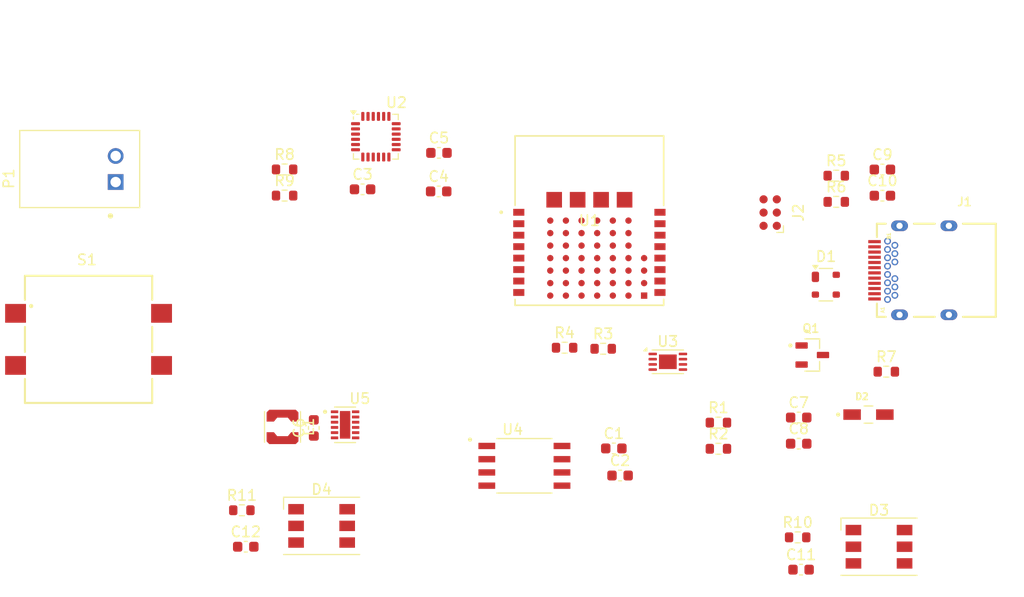
<source format=kicad_pcb>
(kicad_pcb (version 20240108) (generator "pcbnew") (generator_version "8.0")
  (layers (0 "F.Cu" signal) (31 "B.Cu" signal) (34 "B.Paste" user) (35 "F.Paste" user) (36 "B.SilkS" user "B.Silkscreen") (37 "F.SilkS" user "F.Silkscreen") (38 "B.Mask" user) (39 "F.Mask" user) (44 "Edge.Cuts" user))
  (net 0 "")
  (net 1 "GND")
  (net 2 "+3V3")
  (net 3 "Net-(U2-VLOGIC)")
  (net 4 "Net-(U2-REGOUT)")
  (net 5 "Net-(U2-CPOUT)")
  (net 6 "VIN")
  (net 7 "VBUS")
  (net 8 "Net-(D3-VCC)")
  (net 9 "Net-(D4-VCC)")
  (net 10 "/USB_D+")
  (net 11 "/USB_D-")
  (net 12 "Net-(D3-DOUT)")
  (net 14 "/LED_DATA")
  (net 26 "Net-(J1-VCONN)")
  (net 30 "Net-(J1-CC)")
  (net 33 "VDD")
  (net 34 "/SWD_RESET")
  (net 36 "/SWDCLK")
  (net 37 "/SWDIO")
  (net 38 "Net-(U5-SW)")
  (net 39 "+BATT")
  (net 40 "/VBATT_SCALED")
  (net 41 "/CHARGE_STATUS")
  (net 42 "Net-(U3-STAT)")
  (net 43 "Net-(U3-PROG)")
  (net 44 "/I2C_SDA")
  (net 45 "+3.3V")
  (net 46 "/I2C_SCL")
  (net 47 "Net-(U1-P1.07)")
  (net 52 "/SPI_DO")
  (net 57 "/SPI_DI")
  (net 60 "/FLASH_WP")
  (net 63 "/FLASH_RESET")
  (net 77 "/SPI_CLK")
  (net 79 "/3V3_EN")
  (net 84 "/FLASH_CS")
  (footprint "LED_SMD:LED_WS2812_PLCC6_5.0x5.0mm_P1.6mm" (layer "F.Cu") (at 187.4 118.6)
    (property "Reference" "D3" (at 0 -3.5 0) (layer "F.SilkS"))
    (property "Value" "WS2812")
    (pad "1" smd rect (at -2.45 -1.6) (size 1.5 1) (layers "F.Cu" "F.Paste" "F.Mask") (net 12 "Net-(D3-DOUT)"))
    (pad "2" smd rect (at -2.45 0) (size 1.5 1) (layers "F.Cu" "F.Paste" "F.Mask") (net 14 "/LED_DATA"))
    (pad "3" smd rect (at -2.45 1.6) (size 1.5 1) (layers "F.Cu" "F.Paste" "F.Mask") (net 8 "Net-(D3-VCC)"))
    (pad "4" smd rect (at 2.45 1.6) (size 1.5 1) (layers "F.Cu" "F.Paste" "F.Mask"))
    (pad "5" smd rect (at 2.45 0) (size 1.5 1) (layers "F.Cu" "F.Paste" "F.Mask") (net 6 "VIN"))
    (pad "6" smd rect (at 2.45 -1.6) (size 1.5 1) (layers "F.Cu" "F.Paste" "F.Mask") (net 1 "GND"))
  )
  (footprint "Capacitor_SMD:C_0603_1608Metric" (layer "F.Cu") (at 187.725 84.91)
    (property "Reference" "C10" (at 0 -1.43 0) (layer "F.SilkS"))
    (property "Value" "10µF")
    (pad "1" smd roundrect (at -0.775 0) (size 0.9 0.95) (layers "F.Cu" "F.Paste" "F.Mask") (net 7 "VBUS"))
    (pad "2" smd roundrect (at 0.775 0) (size 0.9 0.95) (layers "F.Cu" "F.Paste" "F.Mask") (net 1 "GND"))
  )
  (footprint "Capacitor_SMD:C_0603_1608Metric" (layer "F.Cu") (at 145.175 84.5)
    (property "Reference" "C4" (at 0 -1.43 0) (layer "F.SilkS"))
    (property "Value" "0.1µF")
    (pad "1" smd roundrect (at -0.775 0) (size 0.9 0.95) (layers "F.Cu" "F.Paste" "F.Mask") (net 1 "GND"))
    (pad "2" smd roundrect (at 0.775 0) (size 0.9 0.95) (layers "F.Cu" "F.Paste" "F.Mask") (net 4 "Net-(U2-REGOUT)"))
  )
  (footprint "Resistor_SMD:R_0603_1608Metric" (layer "F.Cu") (at 130.4 82.39)
    (property "Reference" "R8" (at 0 -1.43 0) (layer "F.SilkS"))
    (property "Value" "4k7")
    (pad "1" smd roundrect (at -0.825 0) (size 0.8 0.95) (layers "F.Cu" "F.Paste" "F.Mask") (net 45 "+3.3V"))
    (pad "2" smd roundrect (at 0.825 0) (size 0.8 0.95) (layers "F.Cu" "F.Paste" "F.Mask") (net 44 "/I2C_SDA"))
  )
  (footprint "TPS62740DSSR:SON50P300X200X80-13N" (layer "F.Cu") (at 136.2 106.9)
    (property "Reference" "U5" (at 1.415 -2.517 0) (layer "F.SilkS"))
    (property "Value" "TPS62740DSSR")
    (pad "1" smd roundrect (at -1.01 -1.25) (size 0.71 0.27) (layers "F.Cu" "F.Paste" "F.Mask") (roundrect_rratio 0.125) (net 6 "VIN"))
    (pad "2" smd roundrect (at -1.01 -0.75) (size 0.71 0.27) (layers "F.Cu" "F.Paste" "F.Mask") (roundrect_rratio 0.125) (net 38 "Net-(U5-SW)"))
    (pad "3" smd roundrect (at -1.01 -0.25) (size 0.71 0.27) (layers "F.Cu" "F.Paste" "F.Mask") (roundrect_rratio 0.125) (net 1 "GND"))
    (pad "4" smd roundrect (at -1.01 0.25) (size 0.71 0.27) (layers "F.Cu" "F.Paste" "F.Mask") (roundrect_rratio 0.125) (net 1 "GND"))
    (pad "5" smd roundrect (at -1.01 0.75) (size 0.71 0.27) (layers "F.Cu" "F.Paste" "F.Mask") (roundrect_rratio 0.125) (net 2 "+3V3"))
    (pad "6" smd roundrect (at -1.01 1.25) (size 0.71 0.27) (layers "F.Cu" "F.Paste" "F.Mask") (roundrect_rratio 0.125) (net 1 "GND"))
    (pad "7" smd roundrect (at 1.01 1.25) (size 0.71 0.27) (layers "F.Cu" "F.Paste" "F.Mask") (roundrect_rratio 0.125))
    (pad "8" smd roundrect (at 1.01 0.75) (size 0.71 0.27) (layers "F.Cu" "F.Paste" "F.Mask") (roundrect_rratio 0.125) (net 6 "VIN"))
    (pad "9" smd roundrect (at 1.01 0.25) (size 0.71 0.27) (layers "F.Cu" "F.Paste" "F.Mask") (roundrect_rratio 0.125) (net 6 "VIN"))
    (pad "10" smd roundrect (at 1.01 -0.25) (size 0.71 0.27) (layers "F.Cu" "F.Paste" "F.Mask") (roundrect_rratio 0.125) (net 6 "VIN"))
    (pad "11" smd roundrect (at 1.01 -0.75) (size 0.71 0.27) (layers "F.Cu" "F.Paste" "F.Mask") (roundrect_rratio 0.125) (net 6 "VIN"))
    (pad "12" smd roundrect (at 1.01 -1.25) (size 0.71 0.27) (layers "F.Cu" "F.Paste" "F.Mask") (roundrect_rratio 0.125) (net 79 "/3V3_EN"))
    (pad "13" smd rect (at 0 0) (size 1 2.65) (layers "F.Cu" "F.Mask") (net 1 "GND"))
  )
  (footprint "LED_SMD:LED_WS2812_PLCC6_5.0x5.0mm_P1.6mm" (layer "F.Cu") (at 133.95 116.6)
    (property "Reference" "D4" (at 0 -3.5 0) (layer "F.SilkS"))
    (property "Value" "WS2812")
    (pad "1" smd rect (at -2.45 -1.6) (size 1.5 1) (layers "F.Cu" "F.Paste" "F.Mask"))
    (pad "2" smd rect (at -2.45 0) (size 1.5 1) (layers "F.Cu" "F.Paste" "F.Mask") (net 12 "Net-(D3-DOUT)"))
    (pad "3" smd rect (at -2.45 1.6) (size 1.5 1) (layers "F.Cu" "F.Paste" "F.Mask") (net 9 "Net-(D4-VCC)"))
    (pad "4" smd rect (at 2.45 1.6) (size 1.5 1) (layers "F.Cu" "F.Paste" "F.Mask"))
    (pad "5" smd rect (at 2.45 0) (size 1.5 1) (layers "F.Cu" "F.Paste" "F.Mask") (net 6 "VIN"))
    (pad "6" smd rect (at 2.45 -1.6) (size 1.5 1) (layers "F.Cu" "F.Paste" "F.Mask") (net 1 "GND"))
  )
  (footprint "Capacitor_SMD:C_0603_1608Metric" (layer "F.Cu") (at 137.875 84.3)
    (property "Reference" "C3" (at 0 -1.43 0) (layer "F.SilkS"))
    (property "Value" "10nF")
    (pad "1" smd roundrect (at -0.775 0) (size 0.9 0.95) (layers "F.Cu" "F.Paste" "F.Mask") (net 1 "GND"))
    (pad "2" smd roundrect (at 0.775 0) (size 0.9 0.95) (layers "F.Cu" "F.Paste" "F.Mask") (net 3 "Net-(U2-VLOGIC)"))
  )
  (footprint "Resistor_SMD:R_0603_1608Metric" (layer "F.Cu") (at 157.25 99.5)
    (property "Reference" "R4" (at 0 -1.43 0) (layer "F.SilkS"))
    (property "Value" "4k99")
    (pad "1" smd roundrect (at -0.825 0) (size 0.8 0.95) (layers "F.Cu" "F.Paste" "F.Mask") (net 43 "Net-(U3-PROG)"))
    (pad "2" smd roundrect (at 0.825 0) (size 0.8 0.95) (layers "F.Cu" "F.Paste" "F.Mask") (net 1 "GND"))
  )
  (footprint "Capacitor_SMD:C_0603_1608Metric" (layer "F.Cu") (at 179.7 106.2)
    (property "Reference" "C7" (at 0 -1.43 0) (layer "F.SilkS"))
    (property "Value" "10µF")
    (pad "1" smd roundrect (at -0.775 0) (size 0.9 0.95) (layers "F.Cu" "F.Paste" "F.Mask") (net 6 "VIN"))
    (pad "2" smd roundrect (at 0.775 0) (size 0.9 0.95) (layers "F.Cu" "F.Paste" "F.Mask") (net 1 "GND"))
  )
  (footprint "Capacitor_SMD:C_0603_1608Metric" (layer "F.Cu") (at 133.2 107.2 90)
    (property "Reference" "C6" (at 0 -1.43 270) (layer "F.SilkS"))
    (property "Value" "10µF")
    (pad "1" smd roundrect (at -0.775 0 90) (size 0.9 0.95) (layers "F.Cu" "F.Paste" "F.Mask") (net 2 "+3V3"))
    (pad "2" smd roundrect (at 0.775 0 90) (size 0.9 0.95) (layers "F.Cu" "F.Paste" "F.Mask") (net 1 "GND"))
  )
  (footprint "MX25R6435FM2IL0:SOIC127P790X216-8N" (layer "F.Cu") (at 153.395 110.835)
    (property "Reference" "U4" (at -1.125 -3.477 0) (layer "F.SilkS"))
    (property "Value" "MX25R6435FM2IL0")
    (pad "1" smd roundrect (at -3.605 -1.905) (size 1.61 0.61) (layers "F.Cu" "F.Paste" "F.Mask") (roundrect_rratio 0.04) (net 84 "/FLASH_CS"))
    (pad "2" smd roundrect (at -3.605 -0.635) (size 1.61 0.61) (layers "F.Cu" "F.Paste" "F.Mask") (roundrect_rratio 0.04) (net 52 "/SPI_DO"))
    (pad "3" smd roundrect (at -3.605 0.635) (size 1.61 0.61) (layers "F.Cu" "F.Paste" "F.Mask") (roundrect_rratio 0.04) (net 60 "/FLASH_WP"))
    (pad "4" smd roundrect (at -3.605 1.905) (size 1.61 0.61) (layers "F.Cu" "F.Paste" "F.Mask") (roundrect_rratio 0.04) (net 1 "GND"))
    (pad "5" smd roundrect (at 3.605 1.905) (size 1.61 0.61) (layers "F.Cu" "F.Paste" "F.Mask") (roundrect_rratio 0.04) (net 57 "/SPI_DI"))
    (pad "6" smd roundrect (at 3.605 0.635) (size 1.61 0.61) (layers "F.Cu" "F.Paste" "F.Mask") (roundrect_rratio 0.04) (net 77 "/SPI_CLK"))
    (pad "7" smd roundrect (at 3.605 -0.635) (size 1.61 0.61) (layers "F.Cu" "F.Paste" "F.Mask") (roundrect_rratio 0.04) (net 63 "/FLASH_RESET"))
    (pad "8" smd roundrect (at 3.605 -1.905) (size 1.61 0.61) (layers "F.Cu" "F.Paste" "F.Mask") (roundrect_rratio 0.04) (net 2 "+3V3"))
  )
  (footprint "Resistor_SMD:R_0603_1608Metric" (layer "F.Cu") (at 130.4 84.9)
    (property "Reference" "R9" (at 0 -1.43 0) (layer "F.SilkS"))
    (property "Value" "4k7")
    (pad "1" smd roundrect (at -0.825 0) (size 0.8 0.95) (layers "F.Cu" "F.Paste" "F.Mask") (net 45 "+3.3V"))
    (pad "2" smd roundrect (at 0.825 0) (size 0.8 0.95) (layers "F.Cu" "F.Paste" "F.Mask") (net 46 "/I2C_SCL"))
  )
  (footprint "Inductor_SMD:L_Coilcraft_LPS3010" (layer "F.Cu") (at 130.2 107.1 -90)
    (property "Reference" "L1" (at 0 -2.5 90) (layer "F.SilkS"))
    (property "Value" " 2.2µH")
    (pad "1" smd custom (at -1.27 0 270) (size 0.76 2.54) (layers "F.Cu" "F.Paste" "F.Mask") (net 38 "Net-(U5-SW)") (options (clearance outline) (anchor rect)) (primitives (gr_poly (pts (xy 0.76 -0.825) (xy 0.38 -0.51) (xy 0.38 0.51) (xy 0.76 0.825) (xy 0.76 1.525) (xy -0.125 1.525) (xy -0.38 1.27) (xy -0.38 -1.27) (xy -0.125 -1.525) (xy 0.76 -1.525)) (width 0) (fill yes))))
    (pad "2" smd custom (at 1.27 0 90) (size 0.76 2.54) (layers "F.Cu" "F.Paste" "F.Mask") (net 2 "+3V3") (options (clearance outline) (anchor rect)) (primitives (gr_poly (pts (xy 0.76 -0.825) (xy 0.38 -0.51) (xy 0.38 0.51) (xy 0.76 0.825) (xy 0.76 1.525) (xy -0.125 1.525) (xy -0.38 1.27) (xy -0.38 -1.27) (xy -0.125 -1.525) (xy 0.76 -1.525)) (width 0) (fill yes))))
  )
  (footprint "Resistor_SMD:R_0603_1608Metric" (layer "F.Cu") (at 172 106.69)
    (property "Reference" "R1" (at 0 -1.43 0) (layer "F.SilkS"))
    (property "Value" "22R")
    (pad "1" smd roundrect (at -0.825 0) (size 0.8 0.95) (layers "F.Cu" "F.Paste" "F.Mask") (net 39 "+BATT"))
    (pad "2" smd roundrect (at 0.825 0) (size 0.8 0.95) (layers "F.Cu" "F.Paste" "F.Mask") (net 40 "/VBATT_SCALED"))
  )
  (footprint "MBR120VLSFT1G:DIOM3616X98N" (layer "F.Cu") (at 186.39 105.919)
    (property "Reference" "D2" (at -0.628 -1.7314 0) (layer "F.SilkS") (effects (font (size 0.64 0.64))))
    (property "Value" "MBR120VLSFT1G")
    (pad "1" smd rect (at -1.57 0) (size 1.68 1.01) (layers "F.Cu" "F.Paste" "F.Mask") (net 6 "VIN"))
    (pad "2" smd rect (at 1.57 0) (size 1.68 1.01) (layers "F.Cu" "F.Paste" "F.Mask") (net 7 "VBUS"))
  )
  (footprint "Capacitor_SMD:C_0603_1608Metric" (layer "F.Cu") (at 179.7 108.71)
    (property "Reference" "C8" (at 0 -1.43 0) (layer "F.SilkS"))
    (property "Value" "0.1µF")
    (pad "1" smd roundrect (at -0.775 0) (size 0.9 0.95) (layers "F.Cu" "F.Paste" "F.Mask") (net 6 "VIN"))
    (pad "2" smd roundrect (at 0.775 0) (size 0.9 0.95) (layers "F.Cu" "F.Paste" "F.Mask") (net 1 "GND"))
  )
  (footprint "Capacitor_SMD:C_0603_1608Metric" (layer "F.Cu") (at 187.725 82.4)
    (property "Reference" "C9" (at 0 -1.43 0) (layer "F.SilkS"))
    (property "Value" "0.1µF")
    (pad "1" smd roundrect (at -0.775 0) (size 0.9 0.95) (layers "F.Cu" "F.Paste" "F.Mask") (net 7 "VBUS"))
    (pad "2" smd roundrect (at 0.775 0) (size 0.9 0.95) (layers "F.Cu" "F.Paste" "F.Mask") (net 1 "GND"))
  )
  (footprint "632723300011:632723300011" (layer "F.Cu") (at 192.9 92.07 90)
    (property "Reference" "J1" (at 6.57 2.7 0) (layer "F.SilkS") (effects (font (size 0.8 0.8))))
    (property "Value" "632723300011")
    (property "VALUE" "632723300011" (hide yes))
    (fp_poly (pts (xy 4.77 -3.23) (xy 4.767 -3.178) (xy 4.759 -3.126) (xy 4.746 -3.075) (xy 4.727 -3.027) (xy 4.703 -2.98) (xy 4.675 -2.936) (xy 4.642 -2.895) (xy 4.605 -2.858) (xy 4.564 -2.825) (xy 4.52 -2.797) (xy 4.473 -2.773) (xy 4.425 -2.754) (xy 4.374 -2.741) (xy 4.322 -2.733) (xy 4.27 -2.73) (xy 4.218 -2.733) (xy 4.166 -2.741) (xy 4.115 -2.754) (xy 4.067 -2.773) (xy 4.02 -2.797) (xy 3.976 -2.825) (xy 3.935 -2.858) (xy 3.898 -2.895) (xy 3.865 -2.936) (xy 3.837 -2.98) (xy 3.813 -3.027) (xy 3.794 -3.075) (xy 3.781 -3.126) (xy 3.773 -3.178) (xy 3.77 -3.23) (xy 3.77 -3.83) (xy 3.773 -3.882) (xy 3.781 -3.934) (xy 3.794 -3.985) (xy 3.813 -4.033) (xy 3.837 -4.08) (xy 3.865 -4.124) (xy 3.898 -4.165) (xy 3.935 -4.202) (xy 3.976 -4.235) (xy 4.02 -4.263) (xy 4.067 -4.287) (xy 4.115 -4.306) (xy 4.166 -4.319) (xy 4.218 -4.327) (xy 4.27 -4.33) (xy 4.322 -4.327) (xy 4.374 -4.319) (xy 4.425 -4.306) (xy 4.473 -4.287) (xy 4.52 -4.263) (xy 4.564 -4.235) (xy 4.605 -4.202) (xy 4.642 -4.165) (xy 4.675 -4.124) (xy 4.703 -4.08) (xy 4.727 -4.033) (xy 4.746 -3.985) (xy 4.759 -3.934) (xy 4.767 -3.882) (xy 4.77 -3.83) (xy 4.77 -3.23)) (stroke (width 0.01)) (fill solid) (layer "F.Cu"))
    (fp_poly (pts (xy -3.77 -3.23) (xy -3.773 -3.178) (xy -3.781 -3.126) (xy -3.794 -3.075) (xy -3.813 -3.027) (xy -3.837 -2.98) (xy -3.865 -2.936) (xy -3.898 -2.895) (xy -3.935 -2.858) (xy -3.976 -2.825) (xy -4.02 -2.797) (xy -4.067 -2.773) (xy -4.115 -2.754) (xy -4.166 -2.741) (xy -4.218 -2.733) (xy -4.27 -2.73) (xy -4.322 -2.733) (xy -4.374 -2.741) (xy -4.425 -2.754) (xy -4.473 -2.773) (xy -4.52 -2.797) (xy -4.564 -2.825) (xy -4.605 -2.858) (xy -4.642 -2.895) (xy -4.675 -2.936) (xy -4.703 -2.98) (xy -4.727 -3.027) (xy -4.746 -3.075) (xy -4.759 -3.126) (xy -4.767 -3.178) (xy -4.77 -3.23) (xy -4.77 -3.83) (xy -4.767 -3.882) (xy -4.759 -3.934) (xy -4.746 -3.985) (xy -4.727 -4.033) (xy -4.703 -4.08) (xy -4.675 -4.124) (xy -4.642 -4.165) (xy -4.605 -4.202) (xy -4.564 -4.235) (xy -4.52 -4.263) (xy -4.473 -4.287) (xy -4.425 -4.306) (xy -4.374 -4.319) (xy -4.322 -4.327) (xy -4.27 -4.33) (xy -4.218 -4.327) (xy -4.166 -4.319) (xy -4.115 -4.306) (xy -4.067 -4.287) (xy -4.02 -4.263) (xy -3.976 -4.235) (xy -3.935 -4.202) (xy -3.898 -4.165) (xy -3.865 -4.124) (xy -3.837 -4.08) (xy -3.813 -4.033) (xy -3.794 -3.985) (xy -3.781 -3.934) (xy -3.773 -3.882) (xy -3.77 -3.83) (xy -3.77 -3.23)) (stroke (width 0.01)) (fill solid) (layer "F.Cu"))
    (fp_poly (pts (xy 3.77 0.9) (xy 3.77 1.5) (xy 3.773 1.552) (xy 3.781 1.604) (xy 3.794 1.655) (xy 3.813 1.703) (xy 3.837 1.75) (xy 3.865 1.794) (xy 3.898 1.835) (xy 3.935 1.872) (xy 3.976 1.905) (xy 4.02 1.933) (xy 4.067 1.957) (xy 4.115 1.976) (xy 4.166 1.989) (xy 4.218 1.997) (xy 4.27 2) (xy 4.322 1.997) (xy 4.374 1.989) (xy 4.425 1.976) (xy 4.473 1.957) (xy 4.52 1.933) (xy 4.564 1.905) (xy 4.605 1.872) (xy 4.642 1.835) (xy 4.675 1.794) (xy 4.703 1.75) (xy 4.727 1.703) (xy 4.746 1.655) (xy 4.759 1.604) (xy 4.767 1.552) (xy 4.77 1.5) (xy 4.77 0.9) (xy 4.767 0.848) (xy 4.759 0.796) (xy 4.746 0.745) (xy 4.727 0.697) (xy 4.703 0.65) (xy 4.675 0.606) (xy 4.642 0.565) (xy 4.605 0.528) (xy 4.564 0.495) (xy 4.52 0.467) (xy 4.473 0.443) (xy 4.425 0.424) (xy 4.374 0.411) (xy 4.322 0.403) (xy 4.27 0.4) (xy 4.218 0.403) (xy 4.166 0.411) (xy 4.115 0.424) (xy 4.067 0.443) (xy 4.02 0.467) (xy 3.976 0.495) (xy 3.935 0.528) (xy 3.898 0.565) (xy 3.865 0.606) (xy 3.837 0.65) (xy 3.813 0.697) (xy 3.794 0.745) (xy 3.781 0.796) (xy 3.773 0.848) (xy 3.77 0.9)) (stroke (width 0.01)) (fill solid) (layer "F.Cu"))
    (fp_poly (pts (xy -4.77 0.9) (xy -4.77 1.5) (xy -4.767 1.552) (xy -4.759 1.604) (xy -4.746 1.655) (xy -4.727 1.703) (xy -4.703 1.75) (xy -4.675 1.794) (xy -4.642 1.835) (xy -4.605 1.872) (xy -4.564 1.905) (xy -4.52 1.933) (xy -4.473 1.957) (xy -4.425 1.976) (xy -4.374 1.989) (xy -4.322 1.997) (xy -4.27 2) (xy -4.218 1.997) (xy -4.166 1.989) (xy -4.115 1.976) (xy -4.067 1.957) (xy -4.02 1.933) (xy -3.976 1.905) (xy -3.935 1.872) (xy -3.898 1.835) (xy -3.865 1.794) (xy -3.837 1.75) (xy -3.813 1.703) (xy -3.794 1.655) (xy -3.781 1.604) (xy -3.773 1.552) (xy -3.77 1.5) (xy -3.77 0.9) (xy -3.773 0.848) (xy -3.781 0.796) (xy -3.794 0.745) (xy -3.813 0.697) (xy -3.837 0.65) (xy -3.865 0.606) (xy -3.898 0.565) (xy -3.935 0.528) (xy -3.976 0.495) (xy -4.02 0.467) (xy -4.067 0.443) (xy -4.115 0.424) (xy -4.166 0.411) (xy -4.218 0.403) (xy -4.27 0.4) (xy -4.322 0.403) (xy -4.374 0.411) (xy -4.425 0.424) (xy -4.473 0.443) (xy -4.52 0.467) (xy -4.564 0.495) (xy -4.605 0.528) (xy -4.642 0.565) (xy -4.675 0.606) (xy -4.703 0.65) (xy -4.727 0.697) (xy -4.746 0.745) (xy -4.759 0.796) (xy -4.767 0.848) (xy -4.77 0.9)) (stroke (width 0.01)) (fill solid) (layer "F.Cu"))
    (fp_poly (pts (xy 4.77 -3.23) (xy 4.767 -3.178) (xy 4.759 -3.126) (xy 4.746 -3.075) (xy 4.727 -3.027) (xy 4.703 -2.98) (xy 4.675 -2.936) (xy 4.642 -2.895) (xy 4.605 -2.858) (xy 4.564 -2.825) (xy 4.52 -2.797) (xy 4.473 -2.773) (xy 4.425 -2.754) (xy 4.374 -2.741) (xy 4.322 -2.733) (xy 4.27 -2.73) (xy 4.218 -2.733) (xy 4.166 -2.741) (xy 4.115 -2.754) (xy 4.067 -2.773) (xy 4.02 -2.797) (xy 3.976 -2.825) (xy 3.935 -2.858) (xy 3.898 -2.895) (xy 3.865 -2.936) (xy 3.837 -2.98) (xy 3.813 -3.027) (xy 3.794 -3.075) (xy 3.781 -3.126) (xy 3.773 -3.178) (xy 3.77 -3.23) (xy 3.77 -3.83) (xy 3.773 -3.882) (xy 3.781 -3.934) (xy 3.794 -3.985) (xy 3.813 -4.033) (xy 3.837 -4.08) (xy 3.865 -4.124) (xy 3.898 -4.165) (xy 3.935 -4.202) (xy 3.976 -4.235) (xy 4.02 -4.263) (xy 4.067 -4.287) (xy 4.115 -4.306) (xy 4.166 -4.319) (xy 4.218 -4.327) (xy 4.27 -4.33) (xy 4.322 -4.327) (xy 4.374 -4.319) (xy 4.425 -4.306) (xy 4.473 -4.287) (xy 4.52 -4.263) (xy 4.564 -4.235) (xy 4.605 -4.202) (xy 4.642 -4.165) (xy 4.675 -4.124) (xy 4.703 -4.08) (xy 4.727 -4.033) (xy 4.746 -3.985) (xy 4.759 -3.934) (xy 4.767 -3.882) (xy 4.77 -3.83) (xy 4.77 -3.23)) (stroke (width 0.01)) (fill solid) (layer "B.Cu"))
    (fp_poly (pts (xy -3.77 -3.23) (xy -3.773 -3.178) (xy -3.781 -3.126) (xy -3.794 -3.075) (xy -3.813 -3.027) (xy -3.837 -2.98) (xy -3.865 -2.936) (xy -3.898 -2.895) (xy -3.935 -2.858) (xy -3.976 -2.825) (xy -4.02 -2.797) (xy -4.067 -2.773) (xy -4.115 -2.754) (xy -4.166 -2.741) (xy -4.218 -2.733) (xy -4.27 -2.73) (xy -4.322 -2.733) (xy -4.374 -2.741) (xy -4.425 -2.754) (xy -4.473 -2.773) (xy -4.52 -2.797) (xy -4.564 -2.825) (xy -4.605 -2.858) (xy -4.642 -2.895) (xy -4.675 -2.936) (xy -4.703 -2.98) (xy -4.727 -3.027) (xy -4.746 -3.075) (xy -4.759 -3.126) (xy -4.767 -3.178) (xy -4.77 -3.23) (xy -4.77 -3.83) (xy -4.767 -3.882) (xy -4.759 -3.934) (xy -4.746 -3.985) (xy -4.727 -4.033) (xy -4.703 -4.08) (xy -4.675 -4.124) (xy -4.642 -4.165) (xy -4.605 -4.202) (xy -4.564 -4.235) (xy -4.52 -4.263) (xy -4.473 -4.287) (xy -4.425 -4.306) (xy -4.374 -4.319) (xy -4.322 -4.327) (xy -4.27 -4.33) (xy -4.218 -4.327) (xy -4.166 -4.319) (xy -4.115 -4.306) (xy -4.067 -4.287) (xy -4.02 -4.263) (xy -3.976 -4.235) (xy -3.935 -4.202) (xy -3.898 -4.165) (xy -3.865 -4.124) (xy -3.837 -4.08) (xy -3.813 -4.033) (xy -3.794 -3.985) (xy -3.781 -3.934) (xy -3.773 -3.882) (xy -3.77 -3.83) (xy -3.77 -3.23)) (stroke (width 0.01)) (fill solid) (layer "B.Cu"))
    (fp_poly (pts (xy 3.77 0.9) (xy 3.77 1.5) (xy 3.773 1.552) (xy 3.781 1.604) (xy 3.794 1.655) (xy 3.813 1.703) (xy 3.837 1.75) (xy 3.865 1.794) (xy 3.898 1.835) (xy 3.935 1.872) (xy 3.976 1.905) (xy 4.02 1.933) (xy 4.067 1.957) (xy 4.115 1.976) (xy 4.166 1.989) (xy 4.218 1.997) (xy 4.27 2) (xy 4.322 1.997) (xy 4.374 1.989) (xy 4.425 1.976) (xy 4.473 1.957) (xy 4.52 1.933) (xy 4.564 1.905) (xy 4.605 1.872) (xy 4.642 1.835) (xy 4.675 1.794) (xy 4.703 1.75) (xy 4.727 1.703) (xy 4.746 1.655) (xy 4.759 1.604) (xy 4.767 1.552) (xy 4.77 1.5) (xy 4.77 0.9) (xy 4.767 0.848) (xy 4.759 0.796) (xy 4.746 0.745) (xy 4.727 0.697) (xy 4.703 0.65) (xy 4.675 0.606) (xy 4.642 0.565) (xy 4.605 0.528) (xy 4.564 0.495) (xy 4.52 0.467) (xy 4.473 0.443) (xy 4.425 0.424) (xy 4.374 0.411) (xy 4.322 0.403) (xy 4.27 0.4) (xy 4.218 0.403) (xy 4.166 0.411) (xy 4.115 0.424) (xy 4.067 0.443) (xy 4.02 0.467) (xy 3.976 0.495) (xy 3.935 0.528) (xy 3.898 0.565) (xy 3.865 0.606) (xy 3.837 0.65) (xy 3.813 0.697) (xy 3.794 0.745) (xy 3.781 0.796) (xy 3.773 0.848) (xy 3.77 0.9)) (stroke (width 0.01)) (fill solid) (layer "B.Cu"))
    (fp_poly (pts (xy -4.77 0.9) (xy -4.77 1.5) (xy -4.767 1.552) (xy -4.759 1.604) (xy -4.746 1.655) (xy -4.727 1.703) (xy -4.703 1.75) (xy -4.675 1.794) (xy -4.642 1.835) (xy -4.605 1.872) (xy -4.564 1.905) (xy -4.52 1.933) (xy -4.473 1.957) (xy -4.425 1.976) (xy -4.374 1.989) (xy -4.322 1.997) (xy -4.27 2) (xy -4.218 1.997) (xy -4.166 1.989) (xy -4.115 1.976) (xy -4.067 1.957) (xy -4.02 1.933) (xy -3.976 1.905) (xy -3.935 1.872) (xy -3.898 1.835) (xy -3.865 1.794) (xy -3.837 1.75) (xy -3.813 1.703) (xy -3.794 1.655) (xy -3.781 1.604) (xy -3.773 1.552) (xy -3.77 1.5) (xy -3.77 0.9) (xy -3.773 0.848) (xy -3.781 0.796) (xy -3.794 0.745) (xy -3.813 0.697) (xy -3.837 0.65) (xy -3.865 0.606) (xy -3.898 0.565) (xy -3.935 0.528) (xy -3.976 0.495) (xy -4.02 0.467) (xy -4.067 0.443) (xy -4.115 0.424) (xy -4.166 0.411) (xy -4.218 0.403) (xy -4.27 0.4) (xy -4.322 0.403) (xy -4.374 0.411) (xy -4.425 0.424) (xy -4.473 0.443) (xy -4.52 0.467) (xy -4.564 0.495) (xy -4.605 0.528) (xy -4.642 0.565) (xy -4.675 0.606) (xy -4.703 0.65) (xy -4.727 0.697) (xy -4.746 0.745) (xy -4.759 0.796) (xy -4.767 0.848) (xy -4.77 0.9)) (stroke (width 0.01)) (fill solid) (layer "B.Cu"))
    (fp_line (start 3.97 -3.83) (end 3.97 -3.23) (stroke (width 0.01)) (layer "Edge.Cuts"))
    (fp_line (start -3.97 -3.83) (end -3.97 -3.23) (stroke (width 0.01)) (layer "Edge.Cuts"))
    (fp_line (start 4.57 -3.23) (end 4.57 -3.83) (stroke (width 0.01)) (layer "Edge.Cuts"))
    (fp_line (start -4.57 -3.23) (end -4.57 -3.83) (stroke (width 0.01)) (layer "Edge.Cuts"))
    (fp_line (start 3.97 0.9) (end 3.97 1.5) (stroke (width 0.01)) (layer "Edge.Cuts"))
    (fp_line (start -4.57 0.9) (end -4.57 1.5) (stroke (width 0.01)) (layer "Edge.Cuts"))
    (fp_line (start 4.57 1.5) (end 4.57 0.9) (stroke (width 0.01)) (layer "Edge.Cuts"))
    (fp_line (start -3.97 1.5) (end -3.97 0.9) (stroke (width 0.01)) (layer "Edge.Cuts"))
    (fp_arc (start 3.97 -3.83) (mid 4.27 -4.13) (end 4.57 -3.83) (stroke (width 0.01)) (layer "Edge.Cuts"))
    (fp_arc (start -4.57 -3.83) (mid -4.27 -4.13) (end -3.97 -3.83) (stroke (width 0.01)) (layer "Edge.Cuts"))
    (fp_arc (start 4.57 -3.23) (mid 4.27 -2.93) (end 3.97 -3.23) (stroke (width 0.01)) (layer "Edge.Cuts"))
    (fp_arc (start -3.97 -3.23) (mid -4.27 -2.93) (end -4.57 -3.23) (stroke (width 0.01)) (layer "Edge.Cuts"))
    (fp_arc (start 3.97 0.9) (mid 4.27 0.6) (end 4.57 0.9) (stroke (width 0.01)) (layer "Edge.Cuts"))
    (fp_arc (start -4.57 0.9) (mid -4.27 0.6) (end -3.97 0.9) (stroke (width 0.01)) (layer "Edge.Cuts"))
    (fp_arc (start 4.57 1.5) (mid 4.27 1.8) (end 3.97 1.5) (stroke (width 0.01)) (layer "Edge.Cuts"))
    (fp_arc (start -3.97 1.5) (mid -4.27 1.8) (end -4.57 1.5) (stroke (width 0.01)) (layer "Edge.Cuts"))
    (fp_text user "B1" (at 3.3 -4.55 270) (layer "F.SilkS") (effects (font (size 0.32 0.32))))
    (fp_text user "A1" (at -3.8 -5.15 270) (layer "F.SilkS") (effects (font (size 0.32 0.32))))
    (fp_text user "B1" (at 3.3 -4.55 270) (layer "F.SilkS") (effects (font (size 0.32 0.32))))
    (fp_text user "PCB cutout area" (at -4.23 -3 270) (layer "Edge.Cuts") (effects (font (size 0.07874 0.07874))))
    (fp_text user "PCB cutout area" (at -4.23 1.73 270) (layer "Edge.Cuts") (effects (font (size 0.07874 0.07874))))
    (fp_text user "PCB cutout area" (at 4.31 1.73 270) (layer "Edge.Cuts") (effects (font (size 0.07874 0.07874))))
    (fp_text user "PCB cutout area" (at 4.31 -3 270) (layer "Edge.Cuts") (effects (font (size 0.07874 0.07874))))
    (pad "A1" smd rect (at -2.75 -5.93 90) (size 0.3 1.2) (layers "F.Cu" "F.Paste" "F.Mask") (net 1 "GND"))
    (pad "A2" smd rect (at -2.25 -5.93 90) (size 0.3 1.2) (layers "F.Cu" "F.Paste" "F.Mask"))
    (pad "A3" smd rect (at -1.75 -5.93 90) (size 0.3 1.2) (layers "F.Cu" "F.Paste" "F.Mask"))
    (pad "A4" smd rect (at -1.25 -5.93 90) (size 0.3 1.2) (layers "F.Cu" "F.Paste" "F.Mask") (net 7 "VBUS"))
    (pad "A5" smd rect (at -0.75 -5.93 90) (size 0.3 1.2) (layers "F.Cu" "F.Paste" "F.Mask") (net 30 "Net-(J1-CC)"))
    (pad "A6" smd rect (at -0.25 -5.93 90) (size 0.3 1.2) (layers "F.Cu" "F.Paste" "F.Mask") (net 10 "/USB_D+"))
    (pad "A7" smd rect (at 0.25 -5.93 90) (size 0.3 1.2) (layers "F.Cu" "F.Paste" "F.Mask") (net 11 "/USB_D-"))
    (pad "A8" smd rect (at 0.75 -5.93 90) (size 0.3 1.2) (layers "F.Cu" "F.Paste" "F.Mask"))
    (pad "A9" smd rect (at 1.25 -5.93 90) (size 0.3 1.2) (layers "F.Cu" "F.Paste" "F.Mask") (net 7 "VBUS"))
    (pad "A10" smd rect (at 1.75 -5.93 90) (size 0.3 1.2) (layers "F.Cu" "F.Paste" "F.Mask"))
    (pad "A11" smd rect (at 2.25 -5.93 90) (size 0.3 1.2) (layers "F.Cu" "F.Paste" "F.Mask"))
    (pad "A12" smd rect (at 2.75 -5.93 90) (size 0.3 1.2) (layers "F.Cu" "F.Paste" "F.Mask") (net 1 "GND"))
    (pad "B1" thru_hole circle (at 2.8 -4.68 90) (size 0.65 0.65) (drill 0.4) (layers "*.Cu" "*.Mask") (net 1 "GND"))
    (pad "B2" thru_hole circle (at 2.4 -3.98 90) (size 0.65 0.65) (drill 0.4) (layers "*.Cu" "*.Mask"))
    (pad "B3" thru_hole circle (at 1.6 -3.98 90) (size 0.65 0.65) (drill 0.4) (layers "*.Cu" "*.Mask"))
    (pad "B4" thru_hole circle (at 1.2 -4.68 90) (size 0.65 0.65) (drill 0.4) (layers "*.Cu" "*.Mask") (net 7 "VBUS"))
    (pad "B5" thru_hole circle (at 0.8 -3.98 90) (size 0.65 0.65) (drill 0.4) (layers "*.Cu" "*.Mask") (net 26 "Net-(J1-VCONN)"))
    (pad "B6" thru_hole circle (at 0.4 -4.68 90) (size 0.65 0.65) (drill 0.4) (layers "*.Cu" "*.Mask") (net 10 "/USB_D+"))
    (pad "B7" thru_hole circle (at -0.4 -4.68 90) (size 0.65 0.65) (drill 0.4) (layers "*.Cu" "*.Mask") (net 11 "/USB_D-"))
    (pad "B8" thru_hole circle (at -0.8 -3.98 90) (size 0.65 0.65) (drill 0.4) (layers "*.Cu" "*.Mask"))
    (pad "B9" thru_hole circle (at -1.2 -4.68 90) (size 0.65 0.65) (drill 0.4) (layers "*.Cu" "*.Mask") (net 7 "VBUS"))
    (pad "B10" thru_hole circle (at -1.6 -3.98 90) (size 0.65 0.65) (drill 0.4) (layers "*.Cu" "*.Mask"))
    (pad "B11" thru_hole circle (at -2.4 -3.98 90) (size 0.65 0.65) (drill 0.4) (layers "*.Cu" "*.Mask"))
    (pad "B12" thru_hole circle (at -2.8 -4.68 90) (size 0.65 0.65) (drill 0.4) (layers "*.Cu" "*.Mask") (net 1 "GND"))
    (pad "GND" thru_hole circle (at 2 -4.68 90) (size 0.65 0.65) (drill 0.4) (layers "*.Cu" "*.Mask") (net 1 "GND"))
    (pad "GND1" thru_hole circle (at -2 -4.68 90) (size 0.65 0.65) (drill 0.4) (layers "*.Cu" "*.Mask") (net 1 "GND"))
    (pad "S1" thru_hole circle (at -4.27 -3.53 90) (size 0.6 0.6) (drill 0.6) (layers "*.Cu"))
    (pad "S2" thru_hole circle (at 4.27 -3.53 90) (size 0.6 0.6) (drill 0.6) (layers "*.Cu"))
    (pad "S3" thru_hole circle (at 4.27 1.2 90) (size 0.6 0.6) (drill 0.6) (layers "*.Cu"))
    (pad "S4" thru_hole circle (at -4.27 1.2 90) (size 0.6 0.6) (drill 0.6) (layers "*.Cu"))
  )
  (footprint "Resistor_SMD:R_0603_1608Metric" (layer "F.Cu") (at 160.95 99.6)
    (property "Reference" "R3" (at 0 -1.43 0) (layer "F.SilkS"))
    (property "Value" "88R")
    (pad "1" smd roundrect (at -0.825 0) (size 0.8 0.95) (layers "F.Cu" "F.Paste" "F.Mask") (net 42 "Net-(U3-STAT)"))
    (pad "2" smd roundrect (at 0.825 0) (size 0.8 0.95) (layers "F.Cu" "F.Paste" "F.Mask") (net 41 "/CHARGE_STATUS"))
  )
  (footprint "430172073816:430172073816" (layer "F.Cu") (at 111.6 98.7)
    (property "Reference" "S1" (at -0.16 -7.635 0) (layer "F.SilkS"))
    (property "Value" "430172073816")
    (property "VALUE" "430172073816" (hide yes))
    (pad "1" smd rect (at -7 -2.5) (size 2 1.8) (layers "F.Cu" "F.Paste" "F.Mask") (net 47 "Net-(U1-P1.07)"))
    (pad "2" smd rect (at 7 -2.5) (size 2 1.8) (layers "F.Cu" "F.Paste" "F.Mask") (net 47 "Net-(U1-P1.07)"))
    (pad "3" smd rect (at -7 2.5) (size 2 1.8) (layers "F.Cu" "F.Paste" "F.Mask") (net 1 "GND"))
    (pad "4" smd rect (at 7 2.5) (size 2 1.8) (layers "F.Cu" "F.Paste" "F.Mask") (net 1 "GND"))
  )
  (footprint "Resistor_SMD:R_0603_1608Metric" (layer "F.Cu") (at 183.3 82.99)
    (property "Reference" "R5" (at 0 -1.43 0) (layer "F.SilkS"))
    (property "Value" "5k1")
    (pad "1" smd roundrect (at -0.825 0) (size 0.8 0.95) (layers "F.Cu" "F.Paste" "F.Mask") (net 30 "Net-(J1-CC)"))
    (pad "2" smd roundrect (at 0.825 0) (size 0.8 0.95) (layers "F.Cu" "F.Paste" "F.Mask") (net 1 "GND"))
  )
  (footprint "JST_S2B-XH-A_LF__SN_:JST_S2B-XH-A_LF__SN_" (layer "F.Cu") (at 114.2 82.35 90)
    (property "Reference" "P1" (at -0.92578 -10.24356 270) (layer "F.SilkS") (effects (font (size 1.000835 1.000835))))
    (property "Value" "S2B-XH-A_LF__SN_")
    (pad "1" thru_hole rect (at -1.25 0 90) (size 1.508 1.508) (drill 1) (layers "*.Cu" "*.Mask") (net 1 "GND"))
    (pad "2" thru_hole circle (at 1.25 0 90) (size 1.508 1.508) (drill 1) (layers "*.Cu" "*.Mask") (net 39 "+BATT"))
  )
  (footprint "Connector:Tag-Connect_TC2030-IDC-NL_2x03_P1.27mm_Vertical" (layer "F.Cu") (at 176.965 86.53 90)
    (property "Reference" "J2" (at 0 2.7 270) (layer "F.SilkS"))
    (property "Value" "SWD (TC2030-NL)")
    (pad "" np_thru_hole circle (at -2.54 0 90) (size 0.9906 0.9906) (drill 0.9906) (layers "*.Cu" "*.Mask"))
    (pad "" np_thru_hole circle (at 2.54 -1.016 90) (size 0.9906 0.9906) (drill 0.9906) (layers "*.Cu" "*.Mask"))
    (pad "" np_thru_hole circle (at 2.54 1.016 90) (size 0.9906 0.9906) (drill 0.9906) (layers "*.Cu" "*.Mask"))
    (pad "1" connect circle (at -1.27 0.635 90) (size 0.7874 0.7874) (layers "F.Cu" "F.Mask") (net 33 "VDD"))
    (pad "2" connect circle (at -1.27 -0.635 90) (size 0.7874 0.7874) (layers "F.Cu" "F.Mask") (net 37 "/SWDIO"))
    (pad "3" connect circle (at 0 0.635 90) (size 0.7874 0.7874) (layers "F.Cu" "F.Mask") (net 34 "/SWD_RESET"))
    (pad "4" connect circle (at 0 -0.635 90) (size 0.7874 0.7874) (layers "F.Cu" "F.Mask") (net 36 "/SWDCLK"))
    (pad "5" connect circle (at 1.27 0.635 90) (size 0.7874 0.7874) (layers "F.Cu" "F.Mask") (net 1 "GND"))
    (pad "6" connect circle (at 1.27 -0.635 90) (size 0.7874 0.7874) (layers "F.Cu" "F.Mask"))
  )
  (footprint "Resistor_SMD:R_0603_1608Metric" (layer "F.Cu") (at 188.1 101.8)
    (property "Reference" "R7" (at 0 -1.43 0) (layer "F.SilkS"))
    (property "Value" "100k")
    (pad "1" smd roundrect (at -0.825 0) (size 0.8 0.95) (layers "F.Cu" "F.Paste" "F.Mask") (net 7 "VBUS"))
    (pad "2" smd roundrect (at 0.825 0) (size 0.8 0.95) (layers "F.Cu" "F.Paste" "F.Mask") (net 1 "GND"))
  )
  (footprint "Capacitor_SMD:C_0603_1608Metric" (layer "F.Cu") (at 162.57 111.766)
    (property "Reference" "C2" (at 0 -1.43 0) (layer "F.SilkS"))
    (property "Value" "10µF")
    (pad "1" smd roundrect (at -0.775 0) (size 0.9 0.95) (layers "F.Cu" "F.Paste" "F.Mask") (net 2 "+3V3"))
    (pad "2" smd roundrect (at 0.775 0) (size 0.9 0.95) (layers "F.Cu" "F.Paste" "F.Mask") (net 1 "GND"))
  )
  (footprint "Resistor_SMD:R_0603_1608Metric" (layer "F.Cu") (at 126.3 115.1)
    (property "Reference" "R11" (at 0 -1.43 0) (layer "F.SilkS"))
    (property "Value" "150R")
    (pad "1" smd roundrect (at -0.825 0) (size 0.8 0.95) (layers "F.Cu" "F.Paste" "F.Mask") (net 1 "GND"))
    (pad "2" smd roundrect (at 0.825 0) (size 0.8 0.95) (layers "F.Cu" "F.Paste" "F.Mask") (net 6 "VIN"))
  )
  (footprint "Resistor_SMD:R_0603_1608Metric" (layer "F.Cu") (at 179.6 117.7)
    (property "Reference" "R10" (at 0 -1.43 0) (layer "F.SilkS"))
    (property "Value" "150R")
    (pad "1" smd roundrect (at -0.825 0) (size 0.8 0.95) (layers "F.Cu" "F.Paste" "F.Mask") (net 1 "GND"))
    (pad "2" smd roundrect (at 0.825 0) (size 0.8 0.95) (layers "F.Cu" "F.Paste" "F.Mask") (net 6 "VIN"))
  )
  (footprint "Package_TO_SOT_SMD:SOT-143" (layer "F.Cu") (at 182.3 93.45)
    (property "Reference" "D1" (at 0.02 -2.7 0) (layer "F.SilkS"))
    (property "Value" "PRTR5V0U2X")
    (pad "1" smd roundrect (at -1 -0.75) (size 0.7 1) (layers "F.Cu" "F.Paste" "F.Mask") (net 1 "GND"))
    (pad "2" smd roundrect (at -1 0.95) (size 0.7 0.6) (layers "F.Cu" "F.Paste" "F.Mask") (net 10 "/USB_D+"))
    (pad "3" smd roundrect (at 1 0.95) (size 0.7 0.6) (layers "F.Cu" "F.Paste" "F.Mask") (net 11 "/USB_D-"))
    (pad "4" smd roundrect (at 1 -0.95) (size 0.7 0.6) (layers "F.Cu" "F.Paste" "F.Mask") (net 7 "VBUS"))
  )
  (footprint "Resistor_SMD:R_0603_1608Metric" (layer "F.Cu") (at 172 109.2)
    (property "Reference" "R2" (at 0 -1.43 0) (layer "F.SilkS"))
    (property "Value" "22R")
    (pad "1" smd roundrect (at -0.825 0) (size 0.8 0.95) (layers "F.Cu" "F.Paste" "F.Mask") (net 40 "/VBATT_SCALED"))
    (pad "2" smd roundrect (at 0.825 0) (size 0.8 0.95) (layers "F.Cu" "F.Paste" "F.Mask") (net 1 "GND"))
  )
  (footprint "Capacitor_SMD:C_0603_1608Metric" (layer "F.Cu") (at 179.925 120.8)
    (property "Reference" "C11" (at 0 -1.43 0) (layer "F.SilkS"))
    (property "Value" "0.1µF")
    (pad "1" smd roundrect (at -0.775 0) (size 0.9 0.95) (layers "F.Cu" "F.Paste" "F.Mask") (net 1 "GND"))
    (pad "2" smd roundrect (at 0.775 0) (size 0.9 0.95) (layers "F.Cu" "F.Paste" "F.Mask") (net 8 "Net-(D3-VCC)"))
  )
  (footprint "Resistor_SMD:R_0603_1608Metric" (layer "F.Cu") (at 183.3 85.5)
    (property "Reference" "R6" (at 0 -1.43 0) (layer "F.SilkS"))
    (property "Value" "5k1")
    (pad "1" smd roundrect (at -0.825 0) (size 0.8 0.95) (layers "F.Cu" "F.Paste" "F.Mask") (net 26 "Net-(J1-VCONN)"))
    (pad "2" smd roundrect (at 0.825 0) (size 0.8 0.95) (layers "F.Cu" "F.Paste" "F.Mask") (net 1 "GND"))
  )
  (footprint "BT40:BT40E_FAN_FNL" (layer "F.Cu") (at 159.625 87.3)
    (property "Reference" "U1" (at 0 0 0) (layer "F.SilkS"))
    (property "Value" "BT40")
    (pad "1" smd rect (at -6.7691 -0.8) (size 1.0668 0.6604) (layers "F.Cu" "F.Paste" "F.Mask") (net 44 "/I2C_SDA"))
    (pad "2" smd rect (at -6.7691 0.3) (size 1.0668 0.6604) (layers "F.Cu" "F.Paste" "F.Mask") (net 46 "/I2C_SCL"))
    (pad "3" smd rect (at -6.7691 1.400001) (size 1.0668 0.6604) (layers "F.Cu" "F.Paste" "F.Mask"))
    (pad "4" smd rect (at -6.7691 2.500001) (size 1.0668 0.6604) (layers "F.Cu" "F.Paste" "F.Mask"))
    (pad "5" smd rect (at -6.7691 3.600001) (size 1.0668 0.6604) (layers "F.Cu" "F.Paste" "F.Mask") (net 41 "/CHARGE_STATUS"))
    (pad "6" smd rect (at -6.7691 4.700002) (size 1.0668 0.6604) (layers "F.Cu" "F.Paste" "F.Mask") (net 40 "/VBATT_SCALED"))
    (pad "7" smd rect (at -6.7691 5.8) (size 1.0668 0.6604) (layers "F.Cu" "F.Paste" "F.Mask"))
    (pad "8" smd rect (at -6.7691 6.9) (size 1.0668 0.6604) (layers "F.Cu" "F.Paste" "F.Mask"))
    (pad "9" smd rect (at 6.7691 6.9) (size 1.0668 0.6604) (layers "F.Cu" "F.Paste" "F.Mask") (net 33 "VDD"))
    (pad "10" smd rect (at 6.7691 5.8) (size 1.0668 0.6604) (layers "F.Cu" "F.Paste" "F.Mask") (net 1 "GND"))
    (pad "11" smd rect (at 6.7691 4.699999) (size 1.0668 0.6604) (layers "F.Cu" "F.Paste" "F.Mask") (net 57 "/SPI_DI"))
    (pad "12" smd rect (at 6.7691 3.599999) (size 1.0668 0.6604) (layers "F.Cu" "F.Paste" "F.Mask"))
    (pad "13" smd rect (at 6.7691 2.499999) (size 1.0668 0.6604) (layers "F.Cu" "F.Paste" "F.Mask"))
    (pad "14" smd rect (at 6.7691 1.399998) (size 1.0668 0.6604) (layers "F.Cu" "F.Paste" "F.Mask") (net 34 "/SWD_RESET"))
    (pad "15" smd rect (at 6.7691 0.3) (size 1.0668 0.6604) (layers "F.Cu" "F.Paste" "F.Mask") (net 36 "/SWDCLK"))
    (pad "16" smd rect (at 6.7691 -0.8) (size 1.0668 0.6604) (layers "F.Cu" "F.Paste" "F.Mask") (net 37 "/SWDIO"))
    (pad "A0" smd circle (at -2.25 0) (size 0.6096 0.6096) (layers "F.Cu" "F.Paste" "F.Mask"))
    (pad "A1" smd circle (at -2.25 1.2) (size 0.6096 0.6096) (layers "F.Cu" "F.Paste" "F.Mask"))
    (pad "A2" smd circle (at -2.25 2.4) (size 0.6096 0.6096) (layers "F.Cu" "F.Paste" "F.Mask"))
    (pad "A3" smd circle (at -2.25 3.6) (size 0.6096 0.6096) (layers "F.Cu" "F.Paste" "F.Mask") (net 77 "/SPI_CLK"))
    (pad "A4" smd circle (at -2.25 4.8) (size 0.6096 0.6096) (layers "F.Cu" "F.Paste" "F.Mask") (net 14 "/LED_DATA"))
    (pad "A5" smd circle (at -2.25 6) (size 0.6096 0.6096) (layers "F.Cu" "F.Paste" "F.Mask"))
    (pad "A6" smd circle (at -2.25 7.2) (size 0.6096 0.6096) (layers "F.Cu" "F.Paste" "F.Mask"))
    (pad "B0" smd circle (at -0.75 0) (size 0.6096 0.6096) (layers "F.Cu" "F.Paste" "F.Mask") (net 1 "GND"))
    (pad "B1" smd circle (at -0.75 1.2) (size 0.6096 0.6096) (layers "F.Cu" "F.Paste" "F.Mask"))
    (pad "B2" smd circle (at -0.75 2.4) (size 0.6096 0.6096) (layers "F.Cu" "F.Paste" "F.Mask"))
    (pad "B3" smd circle (at -0.75 3.6) (size 0.6096 0.6096) (layers "F.Cu" "F.Paste" "F.Mask") (net 60 "/FLASH_WP"))
    (pad "B4" smd circle (at -0.75 4.8) (size 0.6096 0.6096) (layers "F.Cu" "F.Paste" "F.Mask") (net 63 "/FLASH_RESET"))
    (pad "B5" smd circle (at -0.75 6) (size 0.6096 0.6096) (layers "F.Cu" "F.Paste" "F.Mask"))
    (pad "B6" smd circle (at -0.75 7.2) (size 0.6096 0.6096) (layers "F.Cu" "F.Paste" "F.Mask") (net 79 "/3V3_EN"))
    (pad "C0" smd circle (at 0.75 0) (size 0.6096 0.6096) (layers "F.Cu" "F.Paste" "F.Mask") (net 1 "GND"))
    (pad "C1" smd circle (at 0.75 1.2) (size 0.6096 0.6096) (layers "F.Cu" "F.Paste" "F.Mask"))
    (pad "C2" smd circle (at 0.75 2.4) (size 0.6096 0.6096) (layers "F.Cu" "F.Paste" "F.Mask"))
    (pad "C3" smd circle (at 0.75 3.6) (size 0.6096 0.6096) (layers "F.Cu" "F.Paste" "F.Mask"))
    (pad "C4" smd circle (at 0.75 4.8) (size 0.6096 0.6096) (layers "F.Cu" "F.Paste" "F.Mask"))
    (pad "C5" smd circle (at 0.75 6) (size 0.6096 0.6096) (layers "F.Cu" "F.Paste" "F.Mask"))
    (pad "C6" smd circle (at 0.75 7.2) (size 0.6096 0.6096) (layers "F.Cu" "F.Paste" "F.Mask"))
    (pad "D0" smd circle (at 2.25 0) (size 0.6096 0.6096) (layers "F.Cu" "F.Paste" "F.Mask") (net 1 "GND"))
    (pad "D1" smd circle (at 2.25 1.2) (size 0.6096 0.6096) (layers "F.Cu" "F.Paste" "F.Mask"))
    (pad "D2" smd circle (at 2.25 2.4) (size 0.6096 0.6096) (layers "F.Cu" "F.Paste" "F.Mask"))
    (pad "D3" smd circle (at 2.25 3.6) (size 0.6096 0.6096) (layers "F.Cu" "F.Paste" "F.Mask"))
    (pad "D4" smd circle (at 2.25 4.8) (size 0.6096 0.6096) (layers "F.Cu" "F.Paste" "F.Mask"))
    (pad "D5" smd circle (at 2.25 6) (size 0.6096 0.6096) (layers "F.Cu" "F.Paste" "F.Mask"))
    (pad "D6" smd circle (at 2.25 7.2) (size 0.6096 0.6096) (layers "F.Cu" "F.Paste" "F.Mask"))
    (pad "E0" smd circle (at 3.75 0) (size 0.6096 0.6096) (layers "F.Cu" "F.Paste" "F.Mask"))
    (pad "E1" smd circle (at 3.75 1.2) (size 0.6096 0.6096) (layers "F.Cu" "F.Paste" "F.Mask"))
    (pad "E2" smd circle (at 3.75 2.4) (size 0.6096 0.6096) (layers "F.Cu" "F.Paste" "F.Mask"))
    (pad "E3" smd circle (at 3.75 3.6) (size 0.6096 0.6096) (layers "F.Cu" "F.Paste" "F.Mask") (net 47 "Net-(U1-P1.07)"))
    (pad "E4" smd circle (at 3.75 4.8) (size 0.6096 0.6096) (layers "F.Cu" "F.Paste" "F.Mask") (net 10 "/USB_D+"))
    (pad "E5" smd circle (at 3.75 6) (size 0.6096 0.6096) (layers "F.Cu" "F.Paste" "F.Mask") (net 11 "/USB_D-"))
    (pad "E6" smd circle (at 3.75 7.2) (size 0.6096 0.6096) (layers "F.Cu" "F.Paste" "F.Mask") (net 52 "/SPI_DO"))
    (pad "F3" smd circle (at 5.25 3.6) (size 0.6096 0.6096) (layers "F.Cu" "F.Paste" "F.Mask") (net 84 "/FLASH_CS"))
    (pad "F4" smd circle (at 5.25 4.8) (size 0.6096 0.6096) (layers "F.Cu" "F.Paste" "F.Mask") (net 6 "VIN"))
    (pad "F5" smd circle (at 5.25 6) (size 0.6096 0.6096) (layers "F.Cu" "F.Paste" "F.Mask"))
    (pad "F6" smd rect (at 5.25 7.2) (size 0.6096 0.6096) (layers "F.Cu" "F.Paste" "F.Mask") (net 7 "VBUS"))
    (pad "H0" smd rect (at -3.375 -2) (size 1.4986 1.4986) (layers "F.Cu" "F.Paste" "F.Mask") (net 1 "GND"))
    (pad "H1" smd rect (at -1.125 -2) (size 1.4986 1.4986) (layers "F.Cu" "F.Paste" "F.Mask") (net 1 "GND"))
    (pad "H2" smd rect (at 1.125 -2) (size 1.4986 1.4986) (layers "F.Cu" "F.Paste" "F.Mask") (net 1 "GND"))
    (pad "H3" smd rect (at 3.375 -2) (size 1.4986 1.4986) (layers "F.Cu" "F.Paste" "F.Mask") (net 1 "GND"))
    (pad "Z0" smd circle (at -3.75 0) (size 0.6096 0.6096) (layers "F.Cu" "F.Paste" "F.Mask") (net 1 "GND"))
    (pad "Z1" smd circle (at -3.75 1.2) (size 0.6096 0.6096) (layers "F.Cu" "F.Paste" "F.Mask"))
    (pad "Z2" smd circle (at -3.75 2.4) (size 0.6096 0.6096) (layers "F.Cu" "F.Paste" "F.Mask"))
    (pad "Z3" smd circle (at -3.75 3.6) (size 0.6096 0.6096) (layers "F.Cu" "F.Paste" "F.Mask"))
    (pad "Z4" smd circle (at -3.75 4.8) (size 0.6096 0.6096) (layers "F.Cu" "F.Paste" "F.Mask"))
    (pad "Z5" smd circle (at -3.75 6) (size 0.6096 0.6096) (layers "F.Cu" "F.Paste" "F.Mask"))
    (pad "Z6" smd circle (at -3.75 7.2) (size 0.6096 0.6096) (layers "F.Cu" "F.Paste" "F.Mask"))
  )
  (footprint "DMG2305UX-7:SOT91P240X110-3N_DMG2305UX-7" (layer "F.Cu") (at 181.0025 100.2)
    (property "Reference" "Q1" (at -0.13 -2.548 0) (layer "F.SilkS") (effects (font (size 0.8 0.8))))
    (property "Value" "DMG2305UX-7")
    (pad "1" smd roundrect (at -1.025 -0.915) (size 1.18 0.61) (layers "F.Cu" "F.Paste" "F.Mask") (roundrect_rratio 0.125) (net 7 "VBUS"))
    (pad "2" smd roundrect (at -1.025 0.915) (size 1.18 0.61) (layers "F.Cu" "F.Paste" "F.Mask") (roundrect_rratio 0.125) (net 6 "VIN"))
    (pad "3" smd roundrect (at 1.025 0) (size 1.18 0.61) (layers "F.Cu" "F.Paste" "F.Mask") (roundrect_rratio 0.125) (net 39 "+BATT"))
  )
  (footprint "Sensor_Motion:InvenSense_QFN-24_4x4mm_P0.5mm" (layer "F.Cu") (at 139.15 79.25)
    (property "Reference" "U2" (at 1.975 -3.275 0) (layer "F.SilkS"))
    (property "Value" "MPU-6050")
    (pad "1" smd roundrect (at -1.95 -1.25) (size 0.85 0.3) (layers "F.Cu" "F.Paste" "F.Mask") (net 1 "GND"))
    (pad "2" smd roundrect (at -1.95 -0.75) (size 0.85 0.3) (layers "F.Cu" "F.Paste" "F.Mask"))
    (pad "3" smd roundrect (at -1.95 -0.25) (size 0.85 0.3) (layers "F.Cu" "F.Paste" "F.Mask"))
    (pad "4" smd roundrect (at -1.95 0.25) (size 0.85 0.3) (layers "F.Cu" "F.Paste" "F.Mask"))
    (pad "5" smd roundrect (at -1.95 0.75) (size 0.85 0.3) (layers "F.Cu" "F.Paste" "F.Mask"))
    (pad "6" smd roundrect (at -1.95 1.25) (size 0.85 0.3) (layers "F.Cu" "F.Paste" "F.Mask") (net 1 "GND"))
    (pad "7" smd roundrect (at -1.25 1.95 90) (size 0.85 0.3) (layers "F.Cu" "F.Paste" "F.Mask") (net 1 "GND"))
    (pad "8" smd roundrect (at -0.75 1.95 90) (size 0.85 0.3) (layers "F.Cu" "F.Paste" "F.Mask") (net 3 "Net-(U2-VLOGIC)"))
    (pad "9" smd roundrect (at -0.25 1.95 90) (size 0.85 0.3) (layers "F.Cu" "F.Paste" "F.Mask") (net 1 "GND"))
    (pad "10" smd roundrect (at 0.25 1.95 90) (size 0.85 0.3) (layers "F.Cu" "F.Paste" "F.Mask") (net 4 "Net-(U2-REGOUT)"))
    (pad "11" smd roundrect (at 0.75 1.95 90) (size 0.85 0.3) (layers "F.Cu" "F.Paste" "F.Mask") (net 1 "GND"))
    (pad "12" smd roundrect (at 1.25 1.95 90) (size 0.85 0.3) (layers "F.Cu" "F.Paste" "F.Mask"))
    (pad "13" smd roundrect (at 1.95 1.25) (size 0.85 0.3) (layers "F.Cu" "F.Paste" "F.Mask") (net 2 "+3V3"))
    (pad "14" smd roundrect (at 1.95 0.75) (size 0.85 0.3) (layers "F.Cu" "F.Paste" "F.Mask"))
    (pad "15" smd roundrect (at 1.95 0.25) (size 0.85 0.3) (layers "F.Cu" "F.Paste" "F.Mask"))
    (pad "16" smd roundrect (at 1.95 -0.25) (size 0.85 0.3) (layers "F.Cu" "F.Paste" "F.Mask"))
    (pad "17" smd roundrect (at 1.95 -0.75) (size 0.85 0.3) (layers "F.Cu" "F.Paste" "F.Mask"))
    (pad "18" smd roundrect (at 1.95 -1.25) (size 0.85 0.3) (layers "F.Cu" "F.Paste" "F.Mask") (net 1 "GND"))
    (pad "19" smd roundrect (at 1.25 -1.95 90) (size 0.85 0.3) (layers "F.Cu" "F.Paste" "F.Mask"))
    (pad "20" smd roundrect (at 0.75 -1.95 90) (size 0.85 0.3) (layers "F.Cu" "F.Paste" "F.Mask") (net 5 "Net-(U2-CPOUT)"))
    (pad "21" smd roundrect (at 0.25 -1.95 90) (size 0.85 0.3) (layers "F.Cu" "F.Paste" "F.Mask"))
    (pad "22" smd roundrect (at -0.25 -1.95 90) (size 0.85 0.3) (layers "F.Cu" "F.Paste" "F.Mask"))
    (pad "23" smd roundrect (at -0.75 -1.95 90) (size 0.85 0.3) (layers "F.Cu" "F.Paste" "F.Mask") (net 46 "/I2C_SCL"))
    (pad "24" smd roundrect (at -1.25 -1.95 90) (size 0.85 0.3) (layers "F.Cu" "F.Paste" "F.Mask") (net 44 "/I2C_SDA"))
  )
  (footprint "Capacitor_SMD:C_0603_1608Metric" (layer "F.Cu") (at 126.675 118.6)
    (property "Reference" "C12" (at 0 -1.43 0) (layer "F.SilkS"))
    (property "Value" "0.1µF")
    (pad "1" smd roundrect (at -0.775 0) (size 0.9 0.95) (layers "F.Cu" "F.Paste" "F.Mask") (net 1 "GND"))
    (pad "2" smd roundrect (at 0.775 0) (size 0.9 0.95) (layers "F.Cu" "F.Paste" "F.Mask") (net 9 "Net-(D4-VCC)"))
  )
  (footprint "Capacitor_SMD:C_0603_1608Metric" (layer "F.Cu") (at 145.2 80.8)
    (property "Reference" "C5" (at 0 -1.43 0) (layer "F.SilkS"))
    (property "Value" "2.2nF")
    (pad "1" smd roundrect (at -0.775 0) (size 0.9 0.95) (layers "F.Cu" "F.Paste" "F.Mask") (net 1 "GND"))
    (pad "2" smd roundrect (at 0.775 0) (size 0.9 0.95) (layers "F.Cu" "F.Paste" "F.Mask") (net 5 "Net-(U2-CPOUT)"))
  )
  (footprint "Package_DFN_QFN:DFN-8-1EP_3x2mm_P0.5mm_EP1.7x1.4mm" (layer "F.Cu") (at 167.15 100.85)
    (property "Reference" "U3" (at 0 -1.95 0) (layer "F.SilkS"))
    (property "Value" "MCP73831-2-MC")
    (pad "1" smd roundrect (at -1.45 -0.75) (size 0.8 0.25) (layers "F.Cu" "F.Paste" "F.Mask") (net 7 "VBUS"))
    (pad "2" smd roundrect (at -1.45 -0.25) (size 0.8 0.25) (layers "F.Cu" "F.Paste" "F.Mask") (net 7 "VBUS"))
    (pad "3" smd roundrect (at -1.45 0.25) (size 0.8 0.25) (layers "F.Cu" "F.Paste" "F.Mask") (net 40 "/VBATT_SCALED"))
    (pad "4" smd roundrect (at -1.45 0.75) (size 0.8 0.25) (layers "F.Cu" "F.Paste" "F.Mask") (net 40 "/VBATT_SCALED"))
    (pad "5" smd roundrect (at 1.45 0.75) (size 0.8 0.25) (layers "F.Cu" "F.Paste" "F.Mask") (net 42 "Net-(U3-STAT)"))
    (pad "6" smd roundrect (at 1.45 0.25) (size 0.8 0.25) (layers "F.Cu" "F.Paste" "F.Mask") (net 1 "GND"))
    (pad "7" smd roundrect (at 1.45 -0.25) (size 0.8 0.25) (layers "F.Cu" "F.Paste" "F.Mask"))
    (pad "8" smd roundrect (at 1.45 -0.75) (size 0.8 0.25) (layers "F.Cu" "F.Paste" "F.Mask") (net 43 "Net-(U3-PROG)"))
    (pad "9" smd rect (at 0 0) (size 1.7 1.4) (property pad_prop_heatsink) (layers "F.Cu" "F.Mask"))
  )
  (footprint "Capacitor_SMD:C_0603_1608Metric" (layer "F.Cu") (at 161.97 109.166)
    (property "Reference" "C1" (at 0 -1.43 0) (layer "F.SilkS"))
    (property "Value" "0.1µF")
    (pad "1" smd roundrect (at -0.775 0) (size 0.9 0.95) (layers "F.Cu" "F.Paste" "F.Mask") (net 2 "+3V3"))
    (pad "2" smd roundrect (at 0.775 0) (size 0.9 0.95) (layers "F.Cu" "F.Paste" "F.Mask") (net 1 "GND"))
  )
)
</source>
